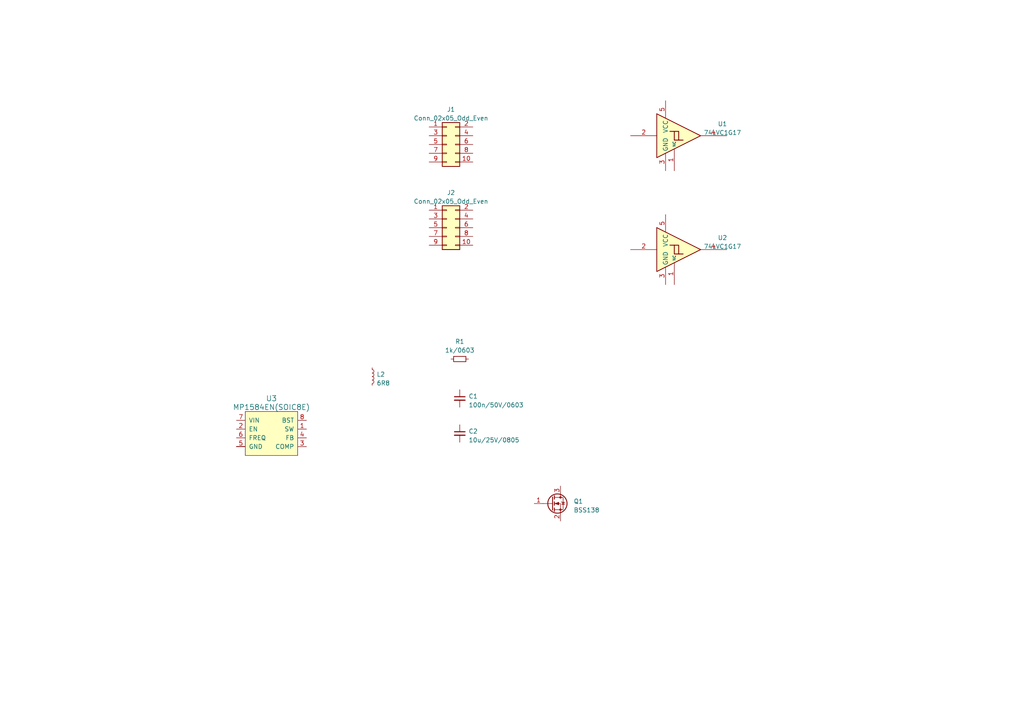
<source format=kicad_sch>
(kicad_sch (version 20230121) (generator eeschema)
  (paper "A4")
  (lib_symbols
    (symbol "74xGxx:74LVC1G17"
      (property "Reference" "U" (at 2.54 7.62 0))
      (property "Value" "74LVC1G17" (at 5.08 -7.62 0))
      (symbol "74LVC1G17_0_1"
        (polyline (pts (xy -2.54 1.27) (xy -1.27 1.27) (xy -1.27 -1.27)) (stroke (width 0.254)) (fill (type background)))
        (polyline (pts (xy -7.62 6.35) (xy -7.62 -6.35) (xy 5.08 0) (xy -7.62 6.35)) (stroke (width 0.254)) (fill (type background)))
        (polyline (pts (xy -3.81 1.27) (xy -2.54 1.27) (xy -2.54 -1.27) (xy 0 -1.27)) (stroke (width 0.254)) (fill (type background)))
      )
      (symbol "74LVC1G17_1_1"
        (pin free line (at -2.54 -10.16 90) (length 6.35) (name "NC") (number "1"))
        (pin input line (at -15.24 0 0) (length 7.62) (name "~") (number "2"))
        (pin power_in line (at -5.08 -10.16 90) (length 5.08) (name "GND") (number "3"))
        (pin output line (at 12.7 0 180) (length 7.62) (name "~") (number "4"))
        (pin power_in line (at -5.08 10.16 270) (length 5.08) (name "VCC") (number "5"))
      )
    )
    (symbol "Connector_Generic:Conn_02x05_Odd_Even" (pin_names (offset 1.016) hide)
      (property "Reference" "J" (at 1.27 7.62 0))
      (property "Value" "Conn_02x05_Odd_Even" (at 1.27 -7.62 0))
      (symbol "Conn_02x05_Odd_Even_1_1"
        (rectangle (start -1.27 -4.953) (end 0 -5.207) (stroke (width 0.1524)))
        (rectangle (start -1.27 -2.413) (end 0 -2.667) (stroke (width 0.1524)))
        (rectangle (start -1.27 0.127) (end 0 -0.127) (stroke (width 0.1524)))
        (rectangle (start -1.27 2.667) (end 0 2.413) (stroke (width 0.1524)))
        (rectangle (start -1.27 5.207) (end 0 4.953) (stroke (width 0.1524)))
        (rectangle (start -1.27 6.35) (end 3.81 -6.35) (stroke (width 0.254)) (fill (type background)))
        (rectangle (start 3.81 -4.953) (end 2.54 -5.207) (stroke (width 0.1524)))
        (rectangle (start 3.81 -2.413) (end 2.54 -2.667) (stroke (width 0.1524)))
        (rectangle (start 3.81 0.127) (end 2.54 -0.127) (stroke (width 0.1524)))
        (rectangle (start 3.81 2.667) (end 2.54 2.413) (stroke (width 0.1524)))
        (rectangle (start 3.81 5.207) (end 2.54 4.953) (stroke (width 0.1524)))
        (pin passive line (at -5.08 5.08 0) (length 3.81) (name "Pin_1") (number "1"))
        (pin passive line (at 7.62 -5.08 180) (length 3.81) (name "Pin_10") (number "10"))
        (pin passive line (at 7.62 5.08 180) (length 3.81) (name "Pin_2") (number "2"))
        (pin passive line (at -5.08 2.54 0) (length 3.81) (name "Pin_3") (number "3"))
        (pin passive line (at 7.62 2.54 180) (length 3.81) (name "Pin_4") (number "4"))
        (pin passive line (at -5.08 0 0) (length 3.81) (name "Pin_5") (number "5"))
        (pin passive line (at 7.62 0 180) (length 3.81) (name "Pin_6") (number "6"))
        (pin passive line (at -5.08 -2.54 0) (length 3.81) (name "Pin_7") (number "7"))
        (pin passive line (at 7.62 -2.54 180) (length 3.81) (name "Pin_8") (number "8"))
        (pin passive line (at -5.08 -5.08 0) (length 3.81) (name "Pin_9") (number "9"))
      )
    )
    (symbol "Device:C_Small" (pin_numbers hide) (pin_names (offset 0.254) hide)
      (property "Reference" "C" (at 0.254 1.778 0))
      (property "Value" "C_Small" (at 0.254 -2.032 0))
      (symbol "C_Small_0_1"
        (polyline (pts (xy -1.524 -0.508) (xy 1.524 -0.508)) (stroke (width 0.3302)))
        (polyline (pts (xy -1.524 0.508) (xy 1.524 0.508)) (stroke (width 0.3048)))
      )
      (symbol "C_Small_1_1"
        (pin passive line (at 0 2.54 270) (length 2.032) (name "~") (number "1"))
        (pin passive line (at 0 -2.54 90) (length 2.032) (name "~") (number "2"))
      )
    )
    (symbol "Device:L_Small" (pin_numbers hide) (pin_names (offset 0.254) hide)
      (property "Reference" "L" (at 0.762 1.016 0))
      (property "Value" "L_Small" (at 0.762 -1.016 0))
      (symbol "L_Small_0_1"
        (arc (start 0 -2.032) (mid 0.5058 -1.524) (end 0 -1.016))
        (arc (start 0 -1.016) (mid 0.5058 -0.508) (end 0 0))
        (arc (start 0 0) (mid 0.5058 0.508) (end 0 1.016))
        (arc (start 0 1.016) (mid 0.5058 1.524) (end 0 2.032))
      )
      (symbol "L_Small_1_1"
        (pin passive line (at 0 2.54 270) (length 0.508) (name "~") (number "1"))
        (pin passive line (at 0 -2.54 90) (length 0.508) (name "~") (number "2"))
      )
    )
    (symbol "Device:Q_NMOS_GSD" (pin_names (offset 0) hide)
      (property "Reference" "Q" (at 5.08 1.27 0))
      (property "Value" "Q_NMOS_GSD" (at 5.08 -1.27 0))
      (symbol "Q_NMOS_GSD_0_1"
        (polyline (pts (xy 0.254 0) (xy -2.54 0)))
        (polyline (pts (xy 0.254 1.905) (xy 0.254 -1.905)) (stroke (width 0.254)))
        (polyline (pts (xy 0.762 -1.27) (xy 0.762 -2.286)) (stroke (width 0.254)))
        (polyline (pts (xy 0.762 0.508) (xy 0.762 -0.508)) (stroke (width 0.254)))
        (polyline (pts (xy 0.762 2.286) (xy 0.762 1.27)) (stroke (width 0.254)))
        (polyline (pts (xy 2.54 2.54) (xy 2.54 1.778)))
        (polyline (pts (xy 2.54 -2.54) (xy 2.54 0) (xy 0.762 0)))
        (polyline (pts (xy 0.762 -1.778) (xy 3.302 -1.778) (xy 3.302 1.778) (xy 0.762 1.778)))
        (polyline (pts (xy 1.016 0) (xy 2.032 0.381) (xy 2.032 -0.381) (xy 1.016 0)) (fill (type outline)))
        (polyline (pts (xy 2.794 0.508) (xy 2.921 0.381) (xy 3.683 0.381) (xy 3.81 0.254)))
        (polyline (pts (xy 3.302 0.381) (xy 2.921 -0.254) (xy 3.683 -0.254) (xy 3.302 0.381)))
        (circle (center 1.651 0) (radius 2.794) (stroke (width 0.254)))
        (circle (center 2.54 -1.778) (radius 0.254) (fill (type outline)))
        (circle (center 2.54 1.778) (radius 0.254) (fill (type outline)))
      )
      (symbol "Q_NMOS_GSD_1_1"
        (pin input line (at -5.08 0 0) (length 2.54) (name "G") (number "1"))
        (pin passive line (at 2.54 -5.08 90) (length 2.54) (name "S") (number "2"))
        (pin passive line (at 2.54 5.08 270) (length 2.54) (name "D") (number "3"))
      )
    )
    (symbol "Device:R_Small" (pin_numbers hide) (pin_names (offset 0.254) hide)
      (property "Reference" "R" (at 0.762 0.508 0))
      (property "Value" "R_Small" (at 0.762 -1.016 0))
      (symbol "R_Small_0_1"
        (rectangle (start -0.762 1.778) (end 0.762 -1.778) (stroke (width 0.2032)))
      )
      (symbol "R_Small_1_1"
        (pin passive line (at 0 2.54 270) (length 0.762) (name "~") (number "1"))
        (pin passive line (at 0 -2.54 90) (length 0.762) (name "~") (number "2"))
      )
    )
    (symbol "Olimex_IC:MP1584EN(SOIC8E)" (pin_names (offset 1.016))
      (property "Reference" "U" (at -1.27 5.715 0))
      (property "Value" "MP1584EN(SOIC8E)" (at -10.795 -10.16 0))
      (symbol "MP1584EN(SOIC8E)_1_0"
        (pin output line (at 10.16 0 180) (length 2.54) (name "SW") (number "1"))
        (pin input line (at -10.16 0 0) (length 2.54) (name "EN") (number "2"))
        (pin output line (at 10.16 -5.08 180) (length 2.54) (name "COMP") (number "3"))
        (pin input line (at 10.16 -2.54 180) (length 2.54) (name "FB") (number "4"))
        (pin power_in line (at -10.16 -5.08 0) (length 2.54) (name "GND") (number "5"))
        (pin input line (at -10.16 -2.54 0) (length 2.54) (name "FREQ") (number "6"))
        (pin power_in line (at -10.16 2.54 0) (length 2.54) (name "VIN") (number "7"))
        (pin passive line (at 10.16 2.54 180) (length 2.54) (name "BST") (number "8"))
        (pin input line (at -10.16 -5.08 0) (length 2.54) (name "EP") (number "EP"))
        (pin input line (at -10.16 -5.08 0) (length 2.54) (name "EP@1") (number "EP1"))
      )
      (symbol "MP1584EN(SOIC8E)_1_1"
        (rectangle (start -7.62 5.08) (end 7.62 -7.62) (fill (type background)))
      )
    )
  )
  (symbol (lib_id "Device:C_Small") (at 133.35 115.57 0) (unit 1)
    (property "Reference" "C1" (at 135.89 114.9413 0) (effects (justify left)))
    (property "Value" "100n/50V/0603" (at 135.89 117.4813 0) (effects (justify left)))
    (property "Footprint" "Capacitor_SMD:C_0603_1608Metric_Pad1.08x0.95mm_HandSolder" (effects hide))
  )
  (symbol (lib_id "Device:Q_NMOS_GSD") (at 160.02 146.05 0) (unit 1)
    (property "Reference" "Q1" (at 166.37 145.415 0) (effects (justify left)))
    (property "Value" "BSS138" (at 166.37 147.955 0) (effects (justify left)))
    (property "Footprint" "Package_TO_SOT_SMD:SOT-23_Handsoldering" (effects hide))
  )
  (symbol (lib_id "Device:R_Small") (at 133.35 104.14 90) (unit 1)
    (property "Reference" "R1" (at 133.35 99.06 90))
    (property "Value" "1k/0603" (at 133.35 101.6 90))
    (property "Footprint" "Resistor_SMD:R_0603_1608Metric_Pad0.98x0.95mm_HandSolder" (effects hide))
  )
  (symbol (lib_id "74xGxx:74LVC1G17") (at 198.12 39.37 0) (unit 1)
    (property "Reference" "U1" (at 209.55 35.9411 0))
    (property "Value" "74LVC1G17" (at 209.55 38.4811 0))
    (property "Datasheet" "https://www.ti.com/lit/ds/symlink/sn74lvc1g17.pdf" (effects hide))
  )
  (symbol (lib_id "Connector_Generic:Conn_02x05_Odd_Even") (at 129.54 66.04 0) (unit 1)
    (property "Reference" "J2" (at 130.81 55.88 0))
    (property "Value" "Conn_02x05_Odd_Even" (at 130.81 58.42 0))
  )
  (symbol (lib_id "Device:C_Small") (at 133.35 125.73 0) (unit 1)
    (property "Reference" "C2" (at 135.89 125.1013 0) (effects (justify left)))
    (property "Value" "10u/25V/0805" (at 135.89 127.6413 0) (effects (justify left)))
    (property "Footprint" "Capacitor_SMD:C_0805_2012Metric_Pad1.18x1.45mm_HandSolder" (effects hide))
  )
  (symbol (lib_id "Connector_Generic:Conn_02x05_Odd_Even") (at 129.54 41.91 0) (unit 1)
    (property "Reference" "J1" (at 130.81 31.75 0))
    (property "Value" "Conn_02x05_Odd_Even" (at 130.81 34.29 0))
  )
  (symbol (lib_id "Olimex_IC:MP1584EN(SOIC8E)") (at 78.74 124.46 0) (unit 1)
    (property "Reference" "U3" (at 78.74 115.57 0) (effects (font (size 1.524 1.524))))
    (property "Value" "MP1584EN(SOIC8E)" (at 78.74 118.11 0) (effects (font (size 1.524 1.524))))
    (property "Footprint" "Package_SO:SOIC-8-1EP_3.9x4.9mm_P1.27mm_EP2.29x3mm_ThermalVias" (effects hide))
  )
  (symbol (lib_id "Device:L_Small") (at 107.95 109.22 0) (unit 1)
    (property "Reference" "L2" (at 109.22 108.585 0) (effects (justify left)))
    (property "Value" "6R8" (at 109.22 111.125 0) (effects (justify left)))
    (property "Footprint" "Inductor_SMD:L_Wuerth_WE-PD2-Typ-L" (effects hide))
  )
  (symbol (lib_id "74xGxx:74LVC1G17") (at 198.12 72.39 0) (unit 1)
    (property "Reference" "U2" (at 209.55 68.9611 0))
    (property "Value" "74LVC1G17" (at 209.55 71.5011 0))
    (property "Datasheet" "https://www.ti.com/lit/ds/symlink/sn74lvc1g17.pdf" (effects hide))
  )
)
</source>
